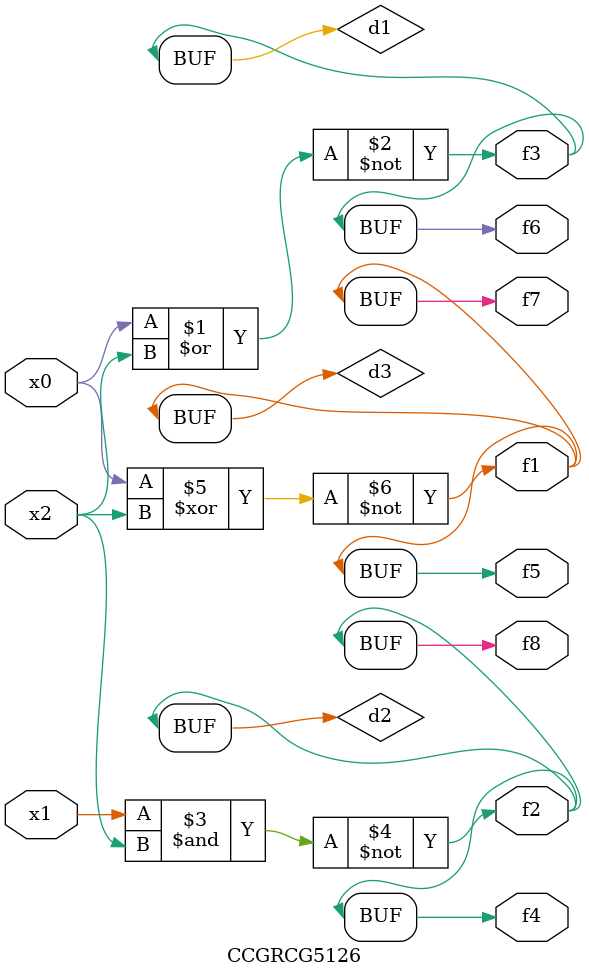
<source format=v>
module CCGRCG5126(
	input x0, x1, x2,
	output f1, f2, f3, f4, f5, f6, f7, f8
);

	wire d1, d2, d3;

	nor (d1, x0, x2);
	nand (d2, x1, x2);
	xnor (d3, x0, x2);
	assign f1 = d3;
	assign f2 = d2;
	assign f3 = d1;
	assign f4 = d2;
	assign f5 = d3;
	assign f6 = d1;
	assign f7 = d3;
	assign f8 = d2;
endmodule

</source>
